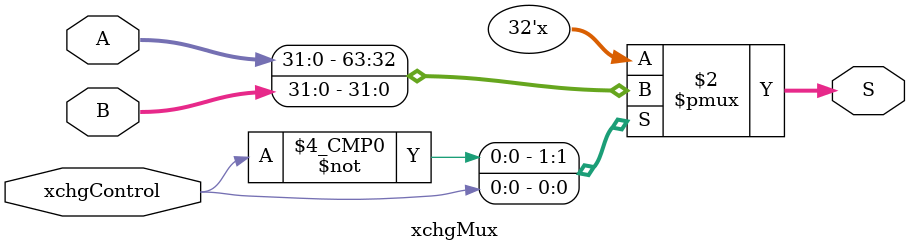
<source format=sv>
module xchgMux(input logic xchgControl,
input logic [31:0] A,
input logic [31:0] B,
output logic [31:0] S
);


always 
	case (xchgControl)
		1'd0: begin
			  S = A;
		end
		1'd1: begin
			S = B;
		end
	endcase
	
endmodule
</source>
